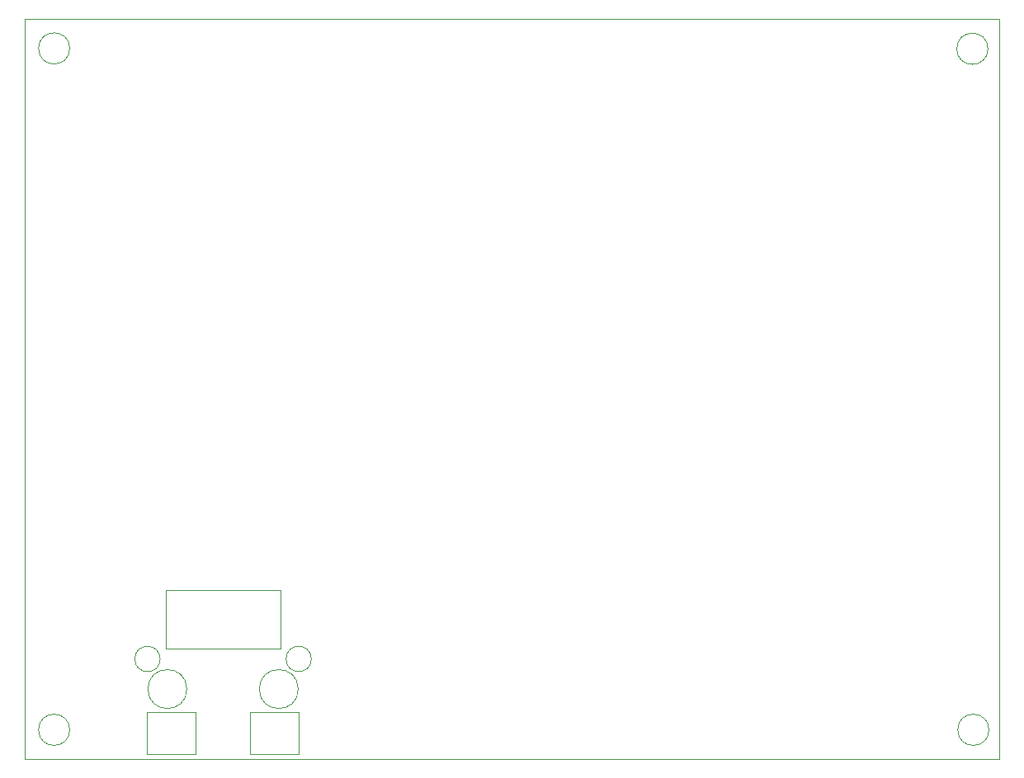
<source format=gbr>
%TF.GenerationSoftware,KiCad,Pcbnew,7.0.1-3b83917a11~172~ubuntu22.04.1*%
%TF.CreationDate,2023-04-16T23:39:11+09:00*%
%TF.ProjectId,pcb,7063622e-6b69-4636-9164-5f7063625858,rev?*%
%TF.SameCoordinates,Original*%
%TF.FileFunction,Profile,NP*%
%FSLAX46Y46*%
G04 Gerber Fmt 4.6, Leading zero omitted, Abs format (unit mm)*
G04 Created by KiCad (PCBNEW 7.0.1-3b83917a11~172~ubuntu22.04.1) date 2023-04-16 23:39:11*
%MOMM*%
%LPD*%
G01*
G04 APERTURE LIST*
%TA.AperFunction,Profile*%
%ADD10C,0.100000*%
%TD*%
%TA.AperFunction,Profile*%
%ADD11C,0.120000*%
%TD*%
G04 APERTURE END LIST*
D10*
X24600000Y-23000000D02*
G75*
G03*
X24600000Y-23000000I-1600000J0D01*
G01*
X24600000Y-93000000D02*
G75*
G03*
X24600000Y-93000000I-1600000J0D01*
G01*
X118821000Y-23037800D02*
G75*
G03*
X118821000Y-23037800I-1600000J0D01*
G01*
X20000000Y-20000000D02*
X120000000Y-20000000D01*
X120000000Y-96000000D01*
X20000000Y-96000000D01*
X20000000Y-20000000D01*
X118922600Y-93000000D02*
G75*
G03*
X118922600Y-93000000I-1600000J0D01*
G01*
D11*
%TO.C,U4*%
X32536000Y-91164800D02*
X37536000Y-91164800D01*
X37536000Y-91164800D02*
X37536000Y-95464800D01*
X37536000Y-95464800D02*
X32536000Y-95464800D01*
X32536000Y-95464800D02*
X32536000Y-91164800D01*
X34436000Y-78664800D02*
X46236000Y-78664800D01*
X46236000Y-78664800D02*
X46236000Y-84664800D01*
X46236000Y-84664800D02*
X34436000Y-84664800D01*
X34436000Y-84664800D02*
X34436000Y-78664800D01*
X43136000Y-91164800D02*
X48136000Y-91164800D01*
X48136000Y-91164800D02*
X48136000Y-95464800D01*
X48136000Y-95464800D02*
X43136000Y-95464800D01*
X43136000Y-95464800D02*
X43136000Y-91164800D01*
X33876000Y-85724800D02*
G75*
G03*
X33876000Y-85724800I-1300000J0D01*
G01*
X36621000Y-88814800D02*
G75*
G03*
X36621000Y-88814800I-2000000J0D01*
G01*
X48051000Y-88814800D02*
G75*
G03*
X48051000Y-88814800I-2000000J0D01*
G01*
X49396000Y-85724800D02*
G75*
G03*
X49396000Y-85724800I-1300000J0D01*
G01*
%TD*%
M02*

</source>
